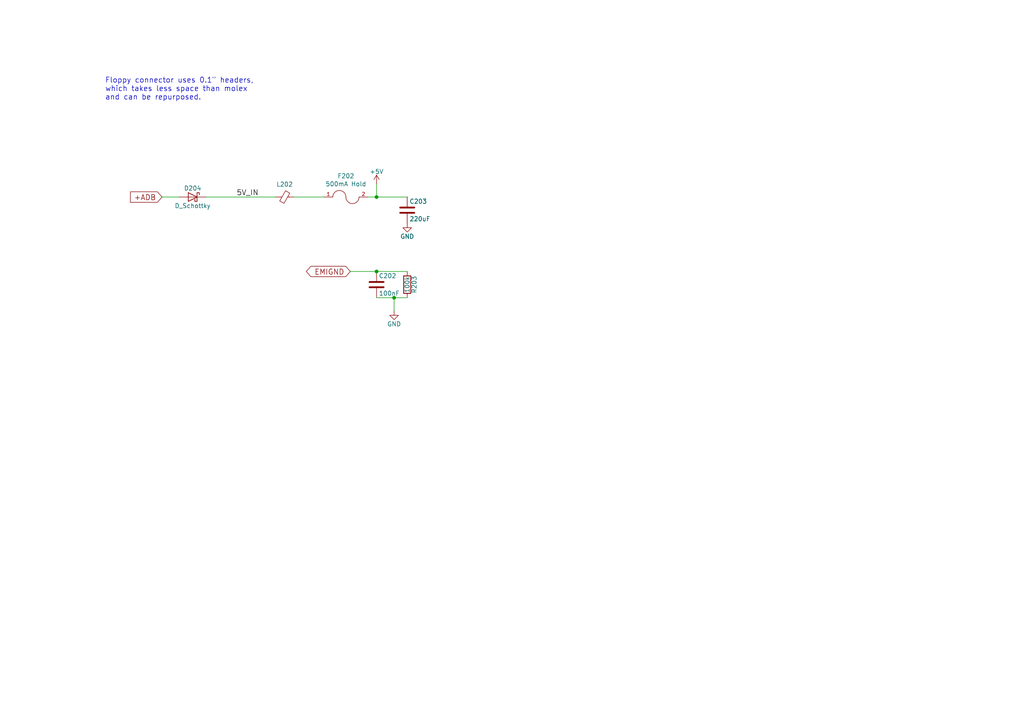
<source format=kicad_sch>
(kicad_sch (version 20230121) (generator eeschema)
  (paper "A4")
  (title_block (title "QuokkADB Community Edition") (date "2023-03-17") (rev "2023a") (company "Rabbit Hole Computing"))
  (lib_symbols
    (symbol "Device:FerriteBead_Small" (pin_numbers hide) (pin_names (offset 0))
      (property "Reference" "FB" (at 1.905 1.27 0))
      (property "Value" "FerriteBead_Small" (at 1.905 -1.27 0))
      (symbol "FerriteBead_Small_0_1"
        (polyline (pts (xy 0 -1.27) (xy 0 -0.7874)))
        (polyline (pts (xy 0 0.889) (xy 0 1.2954)))
        (polyline (pts (xy -1.8288 0.2794) (xy -1.1176 1.4986) (xy 1.8288 -0.2032) (xy 1.1176 -1.4224) (xy -1.8288 0.2794)))
      )
      (symbol "FerriteBead_Small_1_1"
        (pin passive line (at 0 2.54 270) (length 1.27) (name "~") (number "1"))
        (pin passive line (at 0 -2.54 90) (length 1.27) (name "~") (number "2"))
      )
    )
    (symbol "power:+5V" (power) (pin_names (offset 0))
      (property "Value" "+5V" (at 0 3.556 0))
      (symbol "+5V_0_1"
        (polyline (pts (xy -0.762 1.27) (xy 0 2.54)))
        (polyline (pts (xy 0 0) (xy 0 2.54)))
        (polyline (pts (xy 0 2.54) (xy 0.762 1.27)))
      )
      (symbol "+5V_1_1"
        (pin power_in line (at 0 0 90) (length 0) hide (name "+5V") (number "1"))
      )
    )
    (symbol "power:GND" (power) (pin_names (offset 0))
      (property "Value" "GND" (at 0 -3.81 0))
      (symbol "GND_0_1"
        (polyline (pts (xy 0 0) (xy 0 -1.27) (xy 1.27 -1.27) (xy 0 -2.54) (xy -1.27 -1.27) (xy 0 -1.27)))
      )
      (symbol "GND_1_1"
        (pin power_in line (at 0 0 270) (length 0) hide (name "GND") (number "1"))
      )
    )
    (symbol "usb2adb-rescue:C" (pin_numbers hide) (pin_names (offset 0.254))
      (property "Reference" "C" (at 0.635 2.54 0))
      (property "Value" "C" (at 0.635 -2.54 0))
      (symbol "C_0_1"
        (polyline (pts (xy -2.032 -0.762) (xy 2.032 -0.762)) (stroke (width 0.508)))
        (polyline (pts (xy -2.032 0.762) (xy 2.032 0.762)) (stroke (width 0.508)))
      )
      (symbol "C_1_1"
        (pin passive line (at 0 3.81 270) (length 2.794) (name "~") (number "1"))
        (pin passive line (at 0 -3.81 90) (length 2.794) (name "~") (number "2"))
      )
    )
    (symbol "usb2adb-rescue:D_Schottky" (pin_numbers hide) (pin_names (offset 1.016) hide)
      (property "Reference" "D" (at 0 2.54 0))
      (property "Value" "D_Schottky" (at 0 -2.54 0))
      (symbol "D_Schottky_0_1"
        (polyline (pts (xy 1.27 0) (xy -1.27 0)))
        (polyline (pts (xy 1.27 1.27) (xy 1.27 -1.27) (xy -1.27 0) (xy 1.27 1.27)) (stroke (width 0.2032)))
        (polyline (pts (xy -1.905 0.635) (xy -1.905 1.27) (xy -1.27 1.27) (xy -1.27 -1.27) (xy -0.635 -1.27) (xy -0.635 -0.635)) (stroke (width 0.2032)))
      )
      (symbol "D_Schottky_1_1"
        (pin passive line (at -3.81 0 0) (length 2.54) (name "K") (number "1"))
        (pin passive line (at 3.81 0 180) (length 2.54) (name "A") (number "2"))
      )
    )
    (symbol "usb2adb-rescue:FUSE" (pin_names (offset 0.254))
      (property "Reference" "F" (at 2.54 1.27 0))
      (property "Value" "FUSE" (at -2.54 -1.27 0))
      (symbol "FUSE_0_1"
        (arc (start 0 0) (mid -1.905 1.8967) (end -3.81 0))
        (arc (start 0 0) (mid 1.905 -1.8967) (end 3.81 0))
      )
      (symbol "FUSE_1_1"
        (pin input line (at -6.35 0 0) (length 2.54) (name "~") (number "1"))
        (pin input line (at 6.35 0 180) (length 2.54) (name "~") (number "2"))
      )
    )
    (symbol "usb2adb-rescue:R" (pin_numbers hide) (pin_names (offset 0))
      (property "Reference" "R" (at 2.032 0 90))
      (property "Value" "R" (at 0 0 90))
      (symbol "R_0_1"
        (rectangle (start -1.016 -2.54) (end 1.016 2.54) (stroke (width 0.254)))
      )
      (symbol "R_1_1"
        (pin passive line (at 0 3.81 270) (length 1.27) (name "~") (number "1"))
        (pin passive line (at 0 -3.81 90) (length 1.27) (name "~") (number "2"))
      )
    )
  )
  (junction (at 114.3 86.36))
  (junction (at 109.22 57.15))
  (junction (at 109.22 78.74))
  (wire (pts (xy 109.22 86.36) (xy 114.3 86.36)))
  (wire (pts (xy 85.09 57.15) (xy 93.98 57.15)))
  (wire (pts (xy 114.3 86.36) (xy 118.11 86.36)))
  (wire (pts (xy 106.68 57.15) (xy 109.22 57.15)))
  (wire (pts (xy 101.6 78.74) (xy 109.22 78.74)))
  (wire (pts (xy 109.22 57.15) (xy 109.22 53.34)))
  (wire (pts (xy 59.69 57.15) (xy 80.01 57.15)))
  (wire (pts (xy 46.99 57.15) (xy 52.07 57.15)))
  (wire (pts (xy 109.22 57.15) (xy 118.11 57.15)))
  (wire (pts (xy 109.22 78.74) (xy 118.11 78.74)))
  (wire (pts (xy 114.3 90.17) (xy 114.3 86.36)))
  (text "Floppy connector uses 0.1\" headers,\nwhich takes less space than molex\nand can be repurposed." (at 30.48 29.21 0) (effects (font (size 1.524 1.524)) (justify left bottom)))
  (label "5V_IN" (at 68.58 57.15 0) (effects (font (size 1.524 1.524))))
  (global_label "EMIGND" (shape bidirectional) (at 101.6 78.74 180) (effects (font (size 1.524 1.524))) (property "Intersheetrefs" "${INTERSHEET_REFS}" (effects hide)))
  (global_label "+ADB" (shape input) (at 46.99 57.15 180) (effects (font (size 1.524 1.524))) (property "Intersheetrefs" "${INTERSHEET_REFS}" (effects hide)))
  (symbol (lib_id "usb2adb-rescue:D_Schottky") (at 55.88 57.15 0) (mirror y) (unit 1)
    (property "Reference" "D204" (at 55.88 54.61 0))
    (property "Value" "D_Schottky" (at 55.88 59.69 0))
    (property "Footprint" "Diode_SMD:D_SOD-123" (effects hide))
    (property "LCSC" "C8598" (effects hide))
    (property "Manufacturer" "Micro Commercial Co" (effects hide))
    (property "PartNumber" "MBRX120LF-TP" (effects hide))
    (property "digikey" "MBRX120LF-TPMSCT-ND" (effects hide))
  )
  (symbol (lib_id "usb2adb-rescue:FUSE") (at 100.33 57.15 0) (unit 1)
    (property "Reference" "F202" (at 100.33 51.054 0))
    (property "Value" "500mA Hold" (at 100.33 53.3654 0))
    (property "Footprint" "Fuse:Fuse_1206_3216Metric" (effects hide))
    (property "LCSC" "C220147" (effects hide))
    (property "Manufacturer" "Bel Fuse Inc" (effects hide))
    (property "PartNumber" "0ZCJ0050FF2G" (effects hide))
    (property "digikey" "507-1802-1-ND" (effects hide))
  )
  (symbol (lib_id "power:+5V") (at 109.22 53.34 0) (unit 1)
    (property "Reference" "#PWR063" (effects hide))
    (property "Value" "+5V" (at 109.22 49.784 0))
  )
  (symbol (lib_id "usb2adb-rescue:C") (at 109.22 82.55 0) (unit 1)
    (property "Reference" "C202" (at 109.855 80.01 0) (effects (justify left)))
    (property "Value" "100nF" (at 109.855 85.09 0) (effects (justify left)))
    (property "Footprint" "Capacitor_SMD:C_0603_1608Metric" (effects hide))
    (property "LCSC" "C14663" (effects hide))
    (property "Manufacturer" "Samsung" (effects hide))
    (property "PartNumber" "CL10B104KB8NNWC" (effects hide))
    (property "digikey" "1276-1935-1-ND" (effects hide))
  )
  (symbol (lib_id "usb2adb-rescue:R") (at 118.11 82.55 0) (unit 1)
    (property "Reference" "R203" (at 120.142 82.55 90))
    (property "Value" "100k" (at 118.11 82.55 90))
    (property "Footprint" "Resistor_SMD:R_0603_1608Metric" (effects hide))
    (property "LCSC" "C25803" (effects hide))
    (property "Manufacturer" "Yageo" (effects hide))
    (property "PartNumber" "RC0603FR-07100KL" (effects hide))
    (property "digikey" "311-100KHRTR-ND" (effects hide))
  )
  (symbol (lib_id "power:GND") (at 114.3 90.17 0) (unit 1)
    (property "Reference" "#PWR073" (effects hide))
    (property "Value" "GND" (at 114.3 93.98 0))
  )
  (symbol (lib_id "usb2adb-rescue:C") (at 118.11 60.96 0) (unit 1)
    (property "Reference" "C203" (at 118.745 58.42 0) (effects (justify left)))
    (property "Value" "220uF" (at 118.745 63.5 0) (effects (justify left)))
    (property "Footprint" "Capacitor_SMD:CP_Elec_6.3x7.7" (effects hide))
    (property "Datasheet" "Panasonic EEE-FT1C221AP" (effects hide))
    (property "LCSC" "C2887273" (effects hide))
    (property "Manufacturer" "Nichicon" (effects hide))
    (property "PartNumber" "UUD1C221MCL1GS" (effects hide))
    (property "digikey" "493-2264-1-ND" (effects hide))
  )
  (symbol (lib_id "power:GND") (at 118.11 64.77 0) (unit 1)
    (property "Reference" "#PWR0201" (effects hide))
    (property "Value" "GND" (at 118.11 68.58 0))
  )
  (symbol (lib_id "Device:FerriteBead_Small") (at 82.55 57.15 270) (unit 1)
    (property "Reference" "L202" (at 82.55 53.467 90))
    (property "Value" "Ferrite_Bead_Small" (effects hide))
    (property "Footprint" "Inductor_SMD:L_0603_1608Metric" (effects hide))
    (property "LCSC" "C1002" (effects hide))
    (property "Manufacturer" "Pulse Electronics Network" (effects hide))
    (property "PartNumber" "PE-0603FB601ST" (effects hide))
    (property "digikey" "553-2384-2-ND" (effects hide))
  )
)
</source>
